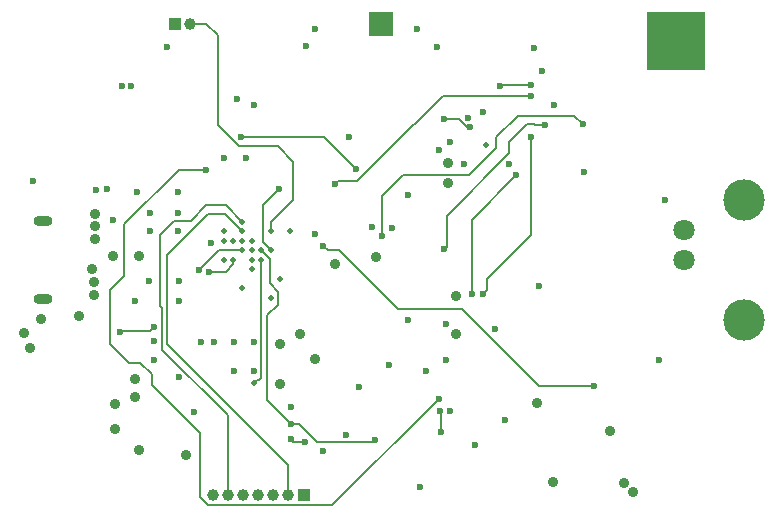
<source format=gbl>
G04 #@! TF.FileFunction,Copper,L4,Bot,Signal*
%FSLAX46Y46*%
G04 Gerber Fmt 4.6, Leading zero omitted, Abs format (unit mm)*
G04 Created by KiCad (PCBNEW 4.0.2-stable) date 2016/09/19 18:56:50*
%MOMM*%
G01*
G04 APERTURE LIST*
%ADD10C,0.100000*%
%ADD11O,1.600000X0.900000*%
%ADD12C,1.800000*%
%ADD13C,3.500000*%
%ADD14R,1.000000X1.000000*%
%ADD15C,1.000000*%
%ADD16R,2.000000X2.000000*%
%ADD17R,5.000000X5.000000*%
%ADD18C,0.500000*%
%ADD19C,0.600000*%
%ADD20C,0.900000*%
%ADD21C,0.150000*%
%ADD22C,0.200000*%
G04 APERTURE END LIST*
D10*
D11*
X2450000Y24800000D03*
X2450000Y18200000D03*
D12*
X56700000Y21500000D03*
X56700000Y24040000D03*
D13*
X61780000Y16420000D03*
X61780000Y26580000D03*
D14*
X13565000Y41500000D03*
D15*
X14835000Y41500000D03*
D14*
X24490000Y1600000D03*
D15*
X23140000Y1600000D03*
X21870000Y1600000D03*
X20600000Y1600000D03*
X19330000Y1600000D03*
X18060000Y1600000D03*
X16790000Y1600000D03*
D16*
X31000000Y41500000D03*
D17*
X56000000Y40000000D03*
D18*
X54500000Y41500000D03*
X57500000Y41500000D03*
X54500000Y38500000D03*
X57500000Y38500000D03*
X56000000Y40000000D03*
D19*
X17700000Y30100000D03*
X32000000Y24200000D03*
X33300000Y27000000D03*
X31700000Y12600000D03*
X55100000Y26600000D03*
D20*
X30600000Y21700000D03*
D19*
X29200000Y10700000D03*
D20*
X25400000Y13100000D03*
D19*
X15200000Y8600000D03*
X36900000Y31500000D03*
X41900000Y29600000D03*
X34100000Y41000000D03*
X12900000Y39500000D03*
D20*
X51600000Y2600000D03*
X52400000Y1800000D03*
X50400000Y7000000D03*
D19*
X34300000Y2300000D03*
X11500000Y23900000D03*
X11400000Y19700000D03*
X8300000Y24900000D03*
D20*
X5500000Y16700000D03*
X6700000Y19600000D03*
X6700000Y18500000D03*
X6600000Y20700000D03*
X8300000Y21800000D03*
D19*
X36900000Y8700000D03*
X38024410Y29575590D03*
X41551180Y7900000D03*
X39000000Y5800000D03*
D20*
X45600000Y2700000D03*
D19*
X36500000Y13000000D03*
X36500000Y16100000D03*
X28100000Y6700000D03*
X13900000Y11600000D03*
X33300000Y16400000D03*
X44000000Y39400000D03*
X54600000Y13000000D03*
X11800000Y14600000D03*
X19600000Y30100000D03*
X25400000Y41000000D03*
X18800000Y35100000D03*
X9900000Y36200000D03*
X9100000Y36200000D03*
X30300000Y24300000D03*
D20*
X22500000Y11000000D03*
D18*
X39900000Y31200000D03*
D19*
X11800000Y13000000D03*
D18*
X20100000Y23100000D03*
X19300000Y23100000D03*
X18500000Y23100000D03*
X23300000Y23900000D03*
X17700000Y21500000D03*
X22500000Y19900000D03*
D19*
X18600000Y12100000D03*
X20300000Y12100000D03*
X44400000Y19248820D03*
X48200000Y28951180D03*
X40700000Y15600000D03*
D18*
X19300000Y19100000D03*
X21700000Y18300000D03*
D19*
X10200000Y18000000D03*
X6900000Y27400000D03*
X1600000Y28200000D03*
X7800000Y27500000D03*
X11500000Y25500000D03*
X10400000Y27200000D03*
D20*
X10500000Y5400000D03*
X8502000Y9298000D03*
X8500000Y7200000D03*
D19*
X34800000Y12100000D03*
D20*
X36700000Y29700000D03*
D19*
X45700000Y34600000D03*
X39628755Y33971245D03*
D20*
X36700000Y28000000D03*
D19*
X26100000Y5300000D03*
D20*
X14500000Y5000000D03*
D19*
X35800000Y39500000D03*
X44700000Y37500000D03*
D20*
X44200000Y9400000D03*
X37400000Y18400000D03*
X37400000Y15200000D03*
D19*
X36100000Y6900000D03*
X36000000Y8700000D03*
X11800000Y15800000D03*
X8900000Y15400000D03*
D20*
X27100000Y21100000D03*
D18*
X17700000Y23900000D03*
D19*
X23400000Y9000000D03*
D20*
X24200000Y15200000D03*
D19*
X20300000Y34600000D03*
X24700000Y39600000D03*
D20*
X10200000Y9900000D03*
X10200000Y11400000D03*
D19*
X16600000Y22900000D03*
X13900000Y18000000D03*
X13900000Y19700000D03*
D18*
X17700000Y23100000D03*
D19*
X13800000Y23900000D03*
X13800000Y25500000D03*
X13800000Y27200000D03*
X16200000Y29100000D03*
X35900000Y9700000D03*
X41100000Y36200000D03*
X43700000Y36300000D03*
D18*
X19300000Y23900000D03*
X19300000Y24700000D03*
D19*
X49100000Y10800000D03*
X26100000Y22700000D03*
X31100000Y23500000D03*
X48100000Y33000000D03*
X36400000Y22400000D03*
X44900000Y32900000D03*
D18*
X21700000Y23900000D03*
D19*
X28300000Y31900000D03*
X25400000Y23700000D03*
X24600000Y6100000D03*
X23400000Y6300000D03*
D18*
X20900000Y21500000D03*
X20300000Y11100000D03*
D19*
X23375000Y7575000D03*
X30500000Y6200000D03*
D18*
X20900000Y22300000D03*
D19*
X22400000Y27500000D03*
D18*
X21700000Y22300000D03*
D19*
X27100000Y27900000D03*
X43700000Y35400000D03*
X15600000Y20600000D03*
D18*
X19300000Y22300000D03*
D19*
X15800000Y14500000D03*
D20*
X22500000Y14400000D03*
D19*
X20300000Y14500000D03*
X18600000Y14500000D03*
X16900000Y14500000D03*
D18*
X20100000Y22300000D03*
X20100000Y20700000D03*
X20100000Y21500000D03*
D19*
X43700000Y31900000D03*
X39700000Y18600000D03*
X38700000Y18600000D03*
X42500000Y28700000D03*
X35900000Y30800000D03*
X38400000Y33500000D03*
X38600000Y32700000D03*
X36400000Y33400000D03*
D20*
X10500000Y21800000D03*
X6800000Y25400000D03*
X6800000Y24400000D03*
X2200000Y16500000D03*
X1300000Y14000000D03*
X6800000Y23300000D03*
X800000Y15300000D03*
D19*
X19200000Y31900000D03*
X28900000Y29200000D03*
D18*
X18500000Y21500000D03*
D19*
X16500000Y20500000D03*
D21*
X36100000Y8600000D02*
X36100000Y6900000D01*
X36000000Y8700000D02*
X36100000Y8600000D01*
X11500000Y15500000D02*
X11800000Y15800000D01*
X9000000Y15500000D02*
X11500000Y15500000D01*
X8900000Y15400000D02*
X9000000Y15500000D01*
D22*
X11600000Y11800000D02*
X11600000Y10900000D01*
X11600000Y11800000D02*
X10600000Y12800000D01*
X10600000Y12800000D02*
X9700000Y12800000D01*
X9700000Y12800000D02*
X8100000Y14400000D01*
X8100000Y14400000D02*
X8100000Y18900000D01*
X8100000Y18900000D02*
X9300000Y20100000D01*
X9300000Y20100000D02*
X9300000Y24500000D01*
X9300000Y24500000D02*
X13900000Y29100000D01*
X13900000Y29100000D02*
X16200000Y29100000D01*
X35900000Y9700000D02*
X26900000Y700000D01*
X26900000Y700000D02*
X16400000Y700000D01*
X16400000Y700000D02*
X15700000Y1400000D01*
X15700000Y6800000D02*
X15700000Y1400000D01*
X11600000Y10900000D02*
X15700000Y6800000D01*
D21*
X43700000Y36300000D02*
X41200000Y36300000D01*
X41200000Y36300000D02*
X41100000Y36200000D01*
X23140000Y1600000D02*
X23140000Y4160000D01*
X19300000Y23900000D02*
X17800000Y25400000D01*
X17800000Y25400000D02*
X16400000Y25400000D01*
X16400000Y25400000D02*
X12900000Y21900000D01*
X12900000Y21900000D02*
X12900000Y14400000D01*
X12900000Y14400000D02*
X23140000Y4160000D01*
X18050000Y8350000D02*
X18050000Y1610000D01*
X18050000Y1610000D02*
X18060000Y1600000D01*
X17900000Y26100000D02*
X19300000Y24700000D01*
X16200000Y26100000D02*
X17900000Y26100000D01*
X14900000Y24800000D02*
X16200000Y26100000D01*
X13500000Y24800000D02*
X14900000Y24800000D01*
X12300000Y23600000D02*
X13500000Y24800000D01*
X12300000Y17600000D02*
X12300000Y23600000D01*
X12500000Y17400000D02*
X12300000Y17600000D01*
X12500000Y13900000D02*
X12500000Y17400000D01*
X18050000Y8350000D02*
X12500000Y13900000D01*
X32500000Y17300000D02*
X37900000Y17300000D01*
X27500000Y22300000D02*
X32500000Y17300000D01*
X44400000Y10800000D02*
X49100000Y10800000D01*
X37900000Y17300000D02*
X44400000Y10800000D01*
X26500000Y22300000D02*
X27500000Y22300000D01*
X26100000Y22700000D02*
X26500000Y22300000D01*
X38500000Y28700000D02*
X40800000Y31000000D01*
X40800000Y31000000D02*
X40800000Y31900000D01*
X32900000Y28700000D02*
X38500000Y28700000D01*
X42600000Y33700000D02*
X40800000Y31900000D01*
X31100000Y26900000D02*
X32900000Y28700000D01*
X31100000Y23500000D02*
X31100000Y26900000D01*
X42600000Y33700000D02*
X47400000Y33700000D01*
X47400000Y33700000D02*
X48100000Y33000000D01*
X36600000Y25200000D02*
X41900000Y30500000D01*
X36600000Y22600000D02*
X36600000Y25200000D01*
X36400000Y22400000D02*
X36600000Y22600000D01*
X44100000Y32900000D02*
X44900000Y32900000D01*
X44000000Y33000000D02*
X44100000Y32900000D01*
X43400000Y33000000D02*
X44000000Y33000000D01*
X43400000Y33000000D02*
X41900000Y31500000D01*
X41900000Y31500000D02*
X41900000Y30500000D01*
X17200000Y40500000D02*
X16200000Y41500000D01*
X23600000Y26600000D02*
X23600000Y29800000D01*
X17200000Y32900000D02*
X17200000Y40500000D01*
X19000000Y31100000D02*
X17200000Y32900000D01*
X22300000Y31100000D02*
X19000000Y31100000D01*
X23600000Y29800000D02*
X22300000Y31100000D01*
X16200000Y41500000D02*
X14835000Y41500000D01*
X21700000Y24700000D02*
X23600000Y26600000D01*
X21700000Y23900000D02*
X21700000Y24700000D01*
D22*
X23600000Y6100000D02*
X24600000Y6100000D01*
X23400000Y6300000D02*
X23600000Y6100000D01*
D21*
X20900000Y11500000D02*
X20900000Y21500000D01*
X20700000Y11300000D02*
X20900000Y11500000D01*
X20500000Y11300000D02*
X20700000Y11300000D01*
X20300000Y11100000D02*
X20500000Y11300000D01*
D22*
X23375000Y7575000D02*
X23400000Y7600000D01*
D21*
X25600000Y6100000D02*
X30400000Y6100000D01*
X30400000Y6100000D02*
X30500000Y6200000D01*
X23400000Y7600000D02*
X24100000Y7600000D01*
X24100000Y7600000D02*
X25600000Y6100000D01*
X23400000Y7600000D02*
X21400000Y9600000D01*
X21400000Y9600000D02*
X21400000Y16800000D01*
X21400000Y16800000D02*
X22300000Y17700000D01*
X22300000Y17700000D02*
X22300000Y18800000D01*
X22300000Y18800000D02*
X21600000Y19500000D01*
X21600000Y19500000D02*
X21600000Y21600000D01*
X21600000Y21600000D02*
X20900000Y22300000D01*
X21000000Y23000000D02*
X21000000Y26100000D01*
X22400000Y27500000D02*
X21000000Y26100000D01*
X21000000Y23000000D02*
X21700000Y22300000D01*
X33900000Y33000000D02*
X36300000Y35400000D01*
X29000000Y28200000D02*
X33800000Y33000000D01*
X27400000Y28200000D02*
X29000000Y28200000D01*
X27100000Y27900000D02*
X27400000Y28200000D01*
X33800000Y33000000D02*
X33900000Y33000000D01*
X36300000Y35400000D02*
X43700000Y35400000D01*
X15600000Y20600000D02*
X17300000Y22300000D01*
X17300000Y22300000D02*
X19300000Y22300000D01*
X43700000Y31900000D02*
X43700000Y23600000D01*
X40000000Y19900000D02*
X40000000Y18900000D01*
X39700000Y18600000D02*
X40000000Y18900000D01*
X40000000Y19900000D02*
X43700000Y23600000D01*
X38700000Y24900000D02*
X42500000Y28700000D01*
X38700000Y18600000D02*
X38700000Y24900000D01*
X38600000Y32700000D02*
X38300000Y32700000D01*
X38300000Y32700000D02*
X37600000Y33400000D01*
X37600000Y33400000D02*
X37500000Y33400000D01*
X37600000Y33400000D02*
X37500000Y33400000D01*
X37500000Y33400000D02*
X36400000Y33400000D01*
X26200000Y31900000D02*
X19200000Y31900000D01*
X28900000Y29200000D02*
X26200000Y31900000D01*
X16500000Y20500000D02*
X17900000Y20500000D01*
X17900000Y20500000D02*
X18500000Y21100000D01*
X18500000Y21100000D02*
X18500000Y21500000D01*
M02*

</source>
